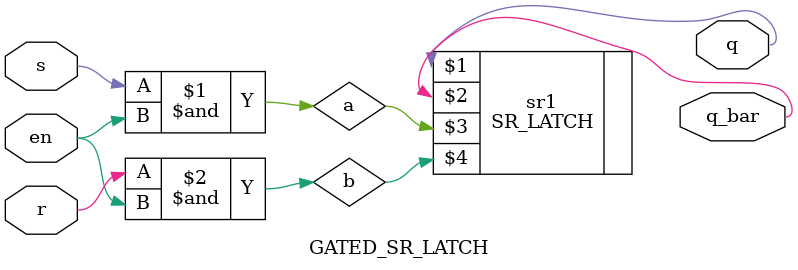
<source format=v>
module GATED_SR_LATCH(q,q_bar,s,r,en);
input s,r,en;
output q,q_bar;
and(a,s,en);
and(b,r,en);
SR_LATCH sr1(q,q_bar,a,b);
endmodule
</source>
